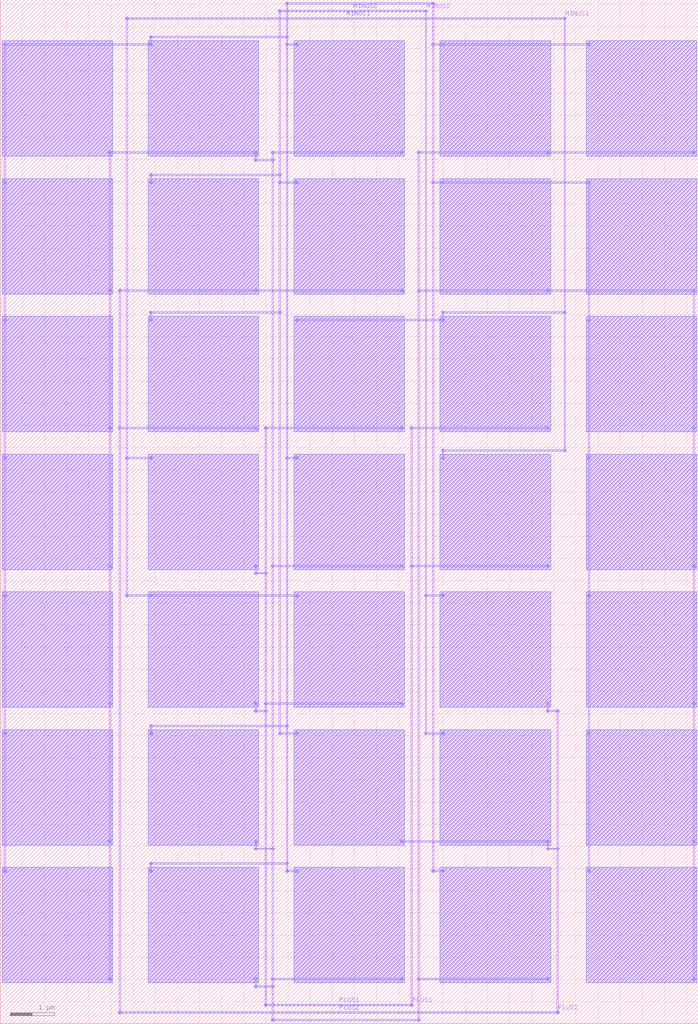
<source format=lef>
MACRO Cap_60fF_Cap_60fF
  ORIGIN 0 0 ;
  FOREIGN Cap_60fF_Cap_60fF 0 0 ;
  SIZE 15.76 BY 23.1 ;
  PIN MINUS1
    DIRECTION INOUT ;
    USE SIGNAL ;
    PORT 
      LAYER M1 ;
        RECT 2.844 22.644 2.876 22.716 ;
      LAYER M2 ;
        RECT 2.824 22.664 2.896 22.696 ;
      LAYER M1 ;
        RECT 12.732 22.644 12.764 22.716 ;
      LAYER M2 ;
        RECT 12.712 22.664 12.784 22.696 ;
      LAYER M2 ;
        RECT 2.86 22.664 12.748 22.696 ;
    END
  END MINUS1
  PIN PLUS1
    DIRECTION INOUT ;
    USE SIGNAL ;
    PORT 
      LAYER M1 ;
        RECT 5.98 0.384 6.012 0.456 ;
      LAYER M2 ;
        RECT 5.96 0.404 6.032 0.436 ;
      LAYER M1 ;
        RECT 9.276 0.384 9.308 0.456 ;
      LAYER M2 ;
        RECT 9.256 0.404 9.328 0.436 ;
      LAYER M2 ;
        RECT 5.996 0.404 9.292 0.436 ;
    END
  END PLUS1
  PIN MINUS2
    DIRECTION INOUT ;
    USE SIGNAL ;
    PORT 
      LAYER M1 ;
        RECT 6.3 22.812 6.332 22.884 ;
      LAYER M2 ;
        RECT 6.28 22.832 6.352 22.864 ;
      LAYER M1 ;
        RECT 9.596 22.812 9.628 22.884 ;
      LAYER M2 ;
        RECT 9.576 22.832 9.648 22.864 ;
      LAYER M2 ;
        RECT 6.316 22.832 9.612 22.864 ;
    END
  END MINUS2
  PIN PLUS2
    DIRECTION INOUT ;
    USE SIGNAL ;
    PORT 
      LAYER M1 ;
        RECT 2.684 0.216 2.716 0.288 ;
      LAYER M2 ;
        RECT 2.664 0.236 2.736 0.268 ;
      LAYER M1 ;
        RECT 12.572 0.216 12.604 0.288 ;
      LAYER M2 ;
        RECT 12.552 0.236 12.624 0.268 ;
      LAYER M2 ;
        RECT 2.7 0.236 12.588 0.268 ;
    END
  END PLUS2
  OBS 
  LAYER M1 ;
        RECT 9.052 7.188 9.084 7.26 ;
  LAYER M2 ;
        RECT 9.032 7.208 9.104 7.24 ;
  LAYER M2 ;
        RECT 5.996 7.208 9.068 7.24 ;
  LAYER M1 ;
        RECT 5.98 7.188 6.012 7.26 ;
  LAYER M2 ;
        RECT 5.96 7.208 6.032 7.24 ;
  LAYER M1 ;
        RECT 9.052 13.404 9.084 13.476 ;
  LAYER M2 ;
        RECT 9.032 13.424 9.104 13.456 ;
  LAYER M2 ;
        RECT 5.996 13.424 9.068 13.456 ;
  LAYER M1 ;
        RECT 5.98 13.404 6.012 13.476 ;
  LAYER M2 ;
        RECT 5.96 13.424 6.032 13.456 ;
  LAYER M1 ;
        RECT 5.756 10.296 5.788 10.368 ;
  LAYER M2 ;
        RECT 5.736 10.316 5.808 10.348 ;
  LAYER M1 ;
        RECT 5.756 10.164 5.788 10.332 ;
  LAYER M1 ;
        RECT 5.756 10.128 5.788 10.2 ;
  LAYER M2 ;
        RECT 5.736 10.148 5.808 10.18 ;
  LAYER M2 ;
        RECT 5.772 10.148 5.996 10.18 ;
  LAYER M1 ;
        RECT 5.98 10.128 6.012 10.2 ;
  LAYER M2 ;
        RECT 5.96 10.148 6.032 10.18 ;
  LAYER M1 ;
        RECT 5.756 7.188 5.788 7.26 ;
  LAYER M2 ;
        RECT 5.736 7.208 5.808 7.24 ;
  LAYER M1 ;
        RECT 5.756 7.056 5.788 7.224 ;
  LAYER M1 ;
        RECT 5.756 7.02 5.788 7.092 ;
  LAYER M2 ;
        RECT 5.736 7.04 5.808 7.072 ;
  LAYER M2 ;
        RECT 5.772 7.04 5.996 7.072 ;
  LAYER M1 ;
        RECT 5.98 7.02 6.012 7.092 ;
  LAYER M2 ;
        RECT 5.96 7.04 6.032 7.072 ;
  LAYER M1 ;
        RECT 5.98 0.384 6.012 0.456 ;
  LAYER M2 ;
        RECT 5.96 0.404 6.032 0.436 ;
  LAYER M1 ;
        RECT 5.98 0.42 6.012 0.672 ;
  LAYER M1 ;
        RECT 5.98 0.672 6.012 13.44 ;
  LAYER M1 ;
        RECT 12.348 10.296 12.38 10.368 ;
  LAYER M2 ;
        RECT 12.328 10.316 12.4 10.348 ;
  LAYER M2 ;
        RECT 9.292 10.316 12.364 10.348 ;
  LAYER M1 ;
        RECT 9.276 10.296 9.308 10.368 ;
  LAYER M2 ;
        RECT 9.256 10.316 9.328 10.348 ;
  LAYER M1 ;
        RECT 12.348 13.404 12.38 13.476 ;
  LAYER M2 ;
        RECT 12.328 13.424 12.4 13.456 ;
  LAYER M2 ;
        RECT 9.292 13.424 12.364 13.456 ;
  LAYER M1 ;
        RECT 9.276 13.404 9.308 13.476 ;
  LAYER M2 ;
        RECT 9.256 13.424 9.328 13.456 ;
  LAYER M1 ;
        RECT 9.276 0.384 9.308 0.456 ;
  LAYER M2 ;
        RECT 9.256 0.404 9.328 0.436 ;
  LAYER M1 ;
        RECT 9.276 0.42 9.308 0.672 ;
  LAYER M1 ;
        RECT 9.276 0.672 9.308 13.44 ;
  LAYER M2 ;
        RECT 5.996 0.404 9.292 0.436 ;
  LAYER M1 ;
        RECT 5.756 13.404 5.788 13.476 ;
  LAYER M2 ;
        RECT 5.736 13.424 5.808 13.456 ;
  LAYER M2 ;
        RECT 2.7 13.424 5.772 13.456 ;
  LAYER M1 ;
        RECT 2.684 13.404 2.716 13.476 ;
  LAYER M2 ;
        RECT 2.664 13.424 2.736 13.456 ;
  LAYER M1 ;
        RECT 5.756 16.512 5.788 16.584 ;
  LAYER M2 ;
        RECT 5.736 16.532 5.808 16.564 ;
  LAYER M2 ;
        RECT 2.7 16.532 5.772 16.564 ;
  LAYER M1 ;
        RECT 2.684 16.512 2.716 16.584 ;
  LAYER M2 ;
        RECT 2.664 16.532 2.736 16.564 ;
  LAYER M1 ;
        RECT 2.684 0.216 2.716 0.288 ;
  LAYER M2 ;
        RECT 2.664 0.236 2.736 0.268 ;
  LAYER M1 ;
        RECT 2.684 0.252 2.716 0.672 ;
  LAYER M1 ;
        RECT 2.684 0.672 2.716 16.548 ;
  LAYER M1 ;
        RECT 12.348 7.188 12.38 7.26 ;
  LAYER M2 ;
        RECT 12.328 7.208 12.4 7.24 ;
  LAYER M1 ;
        RECT 12.348 7.056 12.38 7.224 ;
  LAYER M1 ;
        RECT 12.348 7.02 12.38 7.092 ;
  LAYER M2 ;
        RECT 12.328 7.04 12.4 7.072 ;
  LAYER M2 ;
        RECT 12.364 7.04 12.588 7.072 ;
  LAYER M1 ;
        RECT 12.572 7.02 12.604 7.092 ;
  LAYER M2 ;
        RECT 12.552 7.04 12.624 7.072 ;
  LAYER M1 ;
        RECT 12.348 4.08 12.38 4.152 ;
  LAYER M2 ;
        RECT 12.328 4.1 12.4 4.132 ;
  LAYER M1 ;
        RECT 12.348 3.948 12.38 4.116 ;
  LAYER M1 ;
        RECT 12.348 3.912 12.38 3.984 ;
  LAYER M2 ;
        RECT 12.328 3.932 12.4 3.964 ;
  LAYER M2 ;
        RECT 12.364 3.932 12.588 3.964 ;
  LAYER M1 ;
        RECT 12.572 3.912 12.604 3.984 ;
  LAYER M2 ;
        RECT 12.552 3.932 12.624 3.964 ;
  LAYER M1 ;
        RECT 12.572 0.216 12.604 0.288 ;
  LAYER M2 ;
        RECT 12.552 0.236 12.624 0.268 ;
  LAYER M1 ;
        RECT 12.572 0.252 12.604 0.672 ;
  LAYER M1 ;
        RECT 12.572 0.672 12.604 7.056 ;
  LAYER M2 ;
        RECT 2.7 0.236 12.588 0.268 ;
  LAYER M1 ;
        RECT 9.052 16.512 9.084 16.584 ;
  LAYER M2 ;
        RECT 9.032 16.532 9.104 16.564 ;
  LAYER M2 ;
        RECT 5.772 16.532 9.068 16.564 ;
  LAYER M1 ;
        RECT 5.756 16.512 5.788 16.584 ;
  LAYER M2 ;
        RECT 5.736 16.532 5.808 16.564 ;
  LAYER M1 ;
        RECT 9.052 4.08 9.084 4.152 ;
  LAYER M2 ;
        RECT 9.032 4.1 9.104 4.132 ;
  LAYER M2 ;
        RECT 9.068 4.1 12.364 4.132 ;
  LAYER M1 ;
        RECT 12.348 4.08 12.38 4.152 ;
  LAYER M2 ;
        RECT 12.328 4.1 12.4 4.132 ;
  LAYER M1 ;
        RECT 5.756 0.972 5.788 1.044 ;
  LAYER M2 ;
        RECT 5.736 0.992 5.808 1.024 ;
  LAYER M1 ;
        RECT 5.756 0.84 5.788 1.008 ;
  LAYER M1 ;
        RECT 5.756 0.804 5.788 0.876 ;
  LAYER M2 ;
        RECT 5.736 0.824 5.808 0.856 ;
  LAYER M2 ;
        RECT 5.772 0.824 6.156 0.856 ;
  LAYER M1 ;
        RECT 6.14 0.804 6.172 0.876 ;
  LAYER M2 ;
        RECT 6.12 0.824 6.192 0.856 ;
  LAYER M1 ;
        RECT 5.756 4.08 5.788 4.152 ;
  LAYER M2 ;
        RECT 5.736 4.1 5.808 4.132 ;
  LAYER M1 ;
        RECT 5.756 3.948 5.788 4.116 ;
  LAYER M1 ;
        RECT 5.756 3.912 5.788 3.984 ;
  LAYER M2 ;
        RECT 5.736 3.932 5.808 3.964 ;
  LAYER M2 ;
        RECT 5.772 3.932 6.156 3.964 ;
  LAYER M1 ;
        RECT 6.14 3.912 6.172 3.984 ;
  LAYER M2 ;
        RECT 6.12 3.932 6.192 3.964 ;
  LAYER M1 ;
        RECT 5.756 19.62 5.788 19.692 ;
  LAYER M2 ;
        RECT 5.736 19.64 5.808 19.672 ;
  LAYER M1 ;
        RECT 5.756 19.488 5.788 19.656 ;
  LAYER M1 ;
        RECT 5.756 19.452 5.788 19.524 ;
  LAYER M2 ;
        RECT 5.736 19.472 5.808 19.504 ;
  LAYER M2 ;
        RECT 5.772 19.472 6.156 19.504 ;
  LAYER M1 ;
        RECT 6.14 19.452 6.172 19.524 ;
  LAYER M2 ;
        RECT 6.12 19.472 6.192 19.504 ;
  LAYER M1 ;
        RECT 9.052 0.972 9.084 1.044 ;
  LAYER M2 ;
        RECT 9.032 0.992 9.104 1.024 ;
  LAYER M2 ;
        RECT 6.156 0.992 9.068 1.024 ;
  LAYER M1 ;
        RECT 6.14 0.972 6.172 1.044 ;
  LAYER M2 ;
        RECT 6.12 0.992 6.192 1.024 ;
  LAYER M1 ;
        RECT 9.052 10.296 9.084 10.368 ;
  LAYER M2 ;
        RECT 9.032 10.316 9.104 10.348 ;
  LAYER M2 ;
        RECT 6.156 10.316 9.068 10.348 ;
  LAYER M1 ;
        RECT 6.14 10.296 6.172 10.368 ;
  LAYER M2 ;
        RECT 6.12 10.316 6.192 10.348 ;
  LAYER M1 ;
        RECT 9.052 19.62 9.084 19.692 ;
  LAYER M2 ;
        RECT 9.032 19.64 9.104 19.672 ;
  LAYER M2 ;
        RECT 6.156 19.64 9.068 19.672 ;
  LAYER M1 ;
        RECT 6.14 19.62 6.172 19.692 ;
  LAYER M2 ;
        RECT 6.12 19.64 6.192 19.672 ;
  LAYER M1 ;
        RECT 6.14 0.048 6.172 0.12 ;
  LAYER M2 ;
        RECT 6.12 0.068 6.192 0.1 ;
  LAYER M1 ;
        RECT 6.14 0.084 6.172 0.672 ;
  LAYER M1 ;
        RECT 6.14 0.672 6.172 19.656 ;
  LAYER M1 ;
        RECT 12.348 0.972 12.38 1.044 ;
  LAYER M2 ;
        RECT 12.328 0.992 12.4 1.024 ;
  LAYER M2 ;
        RECT 9.452 0.992 12.364 1.024 ;
  LAYER M1 ;
        RECT 9.436 0.972 9.468 1.044 ;
  LAYER M2 ;
        RECT 9.416 0.992 9.488 1.024 ;
  LAYER M1 ;
        RECT 12.348 16.512 12.38 16.584 ;
  LAYER M2 ;
        RECT 12.328 16.532 12.4 16.564 ;
  LAYER M2 ;
        RECT 9.452 16.532 12.364 16.564 ;
  LAYER M1 ;
        RECT 9.436 16.512 9.468 16.584 ;
  LAYER M2 ;
        RECT 9.416 16.532 9.488 16.564 ;
  LAYER M1 ;
        RECT 12.348 19.62 12.38 19.692 ;
  LAYER M2 ;
        RECT 12.328 19.64 12.4 19.672 ;
  LAYER M2 ;
        RECT 9.452 19.64 12.364 19.672 ;
  LAYER M1 ;
        RECT 9.436 19.62 9.468 19.692 ;
  LAYER M2 ;
        RECT 9.416 19.64 9.488 19.672 ;
  LAYER M1 ;
        RECT 9.436 0.048 9.468 0.12 ;
  LAYER M2 ;
        RECT 9.416 0.068 9.488 0.1 ;
  LAYER M1 ;
        RECT 9.436 0.084 9.468 0.672 ;
  LAYER M1 ;
        RECT 9.436 0.672 9.468 19.656 ;
  LAYER M2 ;
        RECT 6.156 0.068 9.452 0.1 ;
  LAYER M1 ;
        RECT 2.46 19.62 2.492 19.692 ;
  LAYER M2 ;
        RECT 2.44 19.64 2.512 19.672 ;
  LAYER M2 ;
        RECT 2.476 19.64 5.772 19.672 ;
  LAYER M1 ;
        RECT 5.756 19.62 5.788 19.692 ;
  LAYER M2 ;
        RECT 5.736 19.64 5.808 19.672 ;
  LAYER M1 ;
        RECT 2.46 16.512 2.492 16.584 ;
  LAYER M2 ;
        RECT 2.44 16.532 2.512 16.564 ;
  LAYER M1 ;
        RECT 2.46 16.548 2.492 19.656 ;
  LAYER M1 ;
        RECT 2.46 19.62 2.492 19.692 ;
  LAYER M2 ;
        RECT 2.44 19.64 2.512 19.672 ;
  LAYER M1 ;
        RECT 2.46 13.404 2.492 13.476 ;
  LAYER M2 ;
        RECT 2.44 13.424 2.512 13.456 ;
  LAYER M1 ;
        RECT 2.46 13.44 2.492 16.548 ;
  LAYER M1 ;
        RECT 2.46 16.512 2.492 16.584 ;
  LAYER M2 ;
        RECT 2.44 16.532 2.512 16.564 ;
  LAYER M1 ;
        RECT 2.46 10.296 2.492 10.368 ;
  LAYER M2 ;
        RECT 2.44 10.316 2.512 10.348 ;
  LAYER M1 ;
        RECT 2.46 10.332 2.492 13.44 ;
  LAYER M1 ;
        RECT 2.46 13.404 2.492 13.476 ;
  LAYER M2 ;
        RECT 2.44 13.424 2.512 13.456 ;
  LAYER M1 ;
        RECT 2.46 7.188 2.492 7.26 ;
  LAYER M2 ;
        RECT 2.44 7.208 2.512 7.24 ;
  LAYER M1 ;
        RECT 2.46 7.224 2.492 10.332 ;
  LAYER M1 ;
        RECT 2.46 10.296 2.492 10.368 ;
  LAYER M2 ;
        RECT 2.44 10.316 2.512 10.348 ;
  LAYER M1 ;
        RECT 2.46 4.08 2.492 4.152 ;
  LAYER M2 ;
        RECT 2.44 4.1 2.512 4.132 ;
  LAYER M1 ;
        RECT 2.46 4.116 2.492 7.224 ;
  LAYER M1 ;
        RECT 2.46 7.188 2.492 7.26 ;
  LAYER M2 ;
        RECT 2.44 7.208 2.512 7.24 ;
  LAYER M1 ;
        RECT 2.46 0.972 2.492 1.044 ;
  LAYER M2 ;
        RECT 2.44 0.992 2.512 1.024 ;
  LAYER M1 ;
        RECT 2.46 1.008 2.492 4.116 ;
  LAYER M1 ;
        RECT 2.46 4.08 2.492 4.152 ;
  LAYER M2 ;
        RECT 2.44 4.1 2.512 4.132 ;
  LAYER M1 ;
        RECT 15.644 19.62 15.676 19.692 ;
  LAYER M2 ;
        RECT 15.624 19.64 15.696 19.672 ;
  LAYER M2 ;
        RECT 12.364 19.64 15.66 19.672 ;
  LAYER M1 ;
        RECT 12.348 19.62 12.38 19.692 ;
  LAYER M2 ;
        RECT 12.328 19.64 12.4 19.672 ;
  LAYER M1 ;
        RECT 15.644 16.512 15.676 16.584 ;
  LAYER M2 ;
        RECT 15.624 16.532 15.696 16.564 ;
  LAYER M2 ;
        RECT 12.364 16.532 15.66 16.564 ;
  LAYER M1 ;
        RECT 12.348 16.512 12.38 16.584 ;
  LAYER M2 ;
        RECT 12.328 16.532 12.4 16.564 ;
  LAYER M1 ;
        RECT 15.644 13.404 15.676 13.476 ;
  LAYER M2 ;
        RECT 15.624 13.424 15.696 13.456 ;
  LAYER M1 ;
        RECT 15.644 13.44 15.676 16.548 ;
  LAYER M1 ;
        RECT 15.644 16.512 15.676 16.584 ;
  LAYER M2 ;
        RECT 15.624 16.532 15.696 16.564 ;
  LAYER M1 ;
        RECT 15.644 10.296 15.676 10.368 ;
  LAYER M2 ;
        RECT 15.624 10.316 15.696 10.348 ;
  LAYER M1 ;
        RECT 15.644 10.332 15.676 13.44 ;
  LAYER M1 ;
        RECT 15.644 13.404 15.676 13.476 ;
  LAYER M2 ;
        RECT 15.624 13.424 15.696 13.456 ;
  LAYER M1 ;
        RECT 15.644 7.188 15.676 7.26 ;
  LAYER M2 ;
        RECT 15.624 7.208 15.696 7.24 ;
  LAYER M1 ;
        RECT 15.644 7.224 15.676 10.332 ;
  LAYER M1 ;
        RECT 15.644 10.296 15.676 10.368 ;
  LAYER M2 ;
        RECT 15.624 10.316 15.696 10.348 ;
  LAYER M1 ;
        RECT 15.644 4.08 15.676 4.152 ;
  LAYER M2 ;
        RECT 15.624 4.1 15.696 4.132 ;
  LAYER M1 ;
        RECT 15.644 4.116 15.676 7.224 ;
  LAYER M1 ;
        RECT 15.644 7.188 15.676 7.26 ;
  LAYER M2 ;
        RECT 15.624 7.208 15.696 7.24 ;
  LAYER M1 ;
        RECT 15.644 0.972 15.676 1.044 ;
  LAYER M2 ;
        RECT 15.624 0.992 15.696 1.024 ;
  LAYER M1 ;
        RECT 15.644 1.008 15.676 4.116 ;
  LAYER M1 ;
        RECT 15.644 4.08 15.676 4.152 ;
  LAYER M2 ;
        RECT 15.624 4.1 15.696 4.132 ;
  LAYER M1 ;
        RECT 3.388 12.732 3.42 12.804 ;
  LAYER M2 ;
        RECT 3.368 12.752 3.44 12.784 ;
  LAYER M2 ;
        RECT 2.86 12.752 3.404 12.784 ;
  LAYER M1 ;
        RECT 2.844 12.732 2.876 12.804 ;
  LAYER M2 ;
        RECT 2.824 12.752 2.896 12.784 ;
  LAYER M1 ;
        RECT 3.388 9.624 3.42 9.696 ;
  LAYER M2 ;
        RECT 3.368 9.644 3.44 9.676 ;
  LAYER M2 ;
        RECT 2.86 9.644 3.404 9.676 ;
  LAYER M1 ;
        RECT 2.844 9.624 2.876 9.696 ;
  LAYER M2 ;
        RECT 2.824 9.644 2.896 9.676 ;
  LAYER M1 ;
        RECT 2.844 22.644 2.876 22.716 ;
  LAYER M2 ;
        RECT 2.824 22.664 2.896 22.696 ;
  LAYER M1 ;
        RECT 2.844 22.428 2.876 22.68 ;
  LAYER M1 ;
        RECT 2.844 9.66 2.876 22.428 ;
  LAYER M1 ;
        RECT 9.98 12.732 10.012 12.804 ;
  LAYER M2 ;
        RECT 9.96 12.752 10.032 12.784 ;
  LAYER M1 ;
        RECT 9.98 12.768 10.012 12.936 ;
  LAYER M1 ;
        RECT 9.98 12.9 10.012 12.972 ;
  LAYER M2 ;
        RECT 9.96 12.92 10.032 12.952 ;
  LAYER M2 ;
        RECT 9.996 12.92 12.748 12.952 ;
  LAYER M1 ;
        RECT 12.732 12.9 12.764 12.972 ;
  LAYER M2 ;
        RECT 12.712 12.92 12.784 12.952 ;
  LAYER M1 ;
        RECT 9.98 15.84 10.012 15.912 ;
  LAYER M2 ;
        RECT 9.96 15.86 10.032 15.892 ;
  LAYER M1 ;
        RECT 9.98 15.876 10.012 16.044 ;
  LAYER M1 ;
        RECT 9.98 16.008 10.012 16.08 ;
  LAYER M2 ;
        RECT 9.96 16.028 10.032 16.06 ;
  LAYER M2 ;
        RECT 9.996 16.028 12.748 16.06 ;
  LAYER M1 ;
        RECT 12.732 16.008 12.764 16.08 ;
  LAYER M2 ;
        RECT 12.712 16.028 12.784 16.06 ;
  LAYER M1 ;
        RECT 12.732 22.644 12.764 22.716 ;
  LAYER M2 ;
        RECT 12.712 22.664 12.784 22.696 ;
  LAYER M1 ;
        RECT 12.732 22.428 12.764 22.68 ;
  LAYER M1 ;
        RECT 12.732 12.936 12.764 22.428 ;
  LAYER M2 ;
        RECT 2.86 22.664 12.748 22.696 ;
  LAYER M1 ;
        RECT 6.684 9.624 6.716 9.696 ;
  LAYER M2 ;
        RECT 6.664 9.644 6.736 9.676 ;
  LAYER M2 ;
        RECT 3.404 9.644 6.7 9.676 ;
  LAYER M1 ;
        RECT 3.388 9.624 3.42 9.696 ;
  LAYER M2 ;
        RECT 3.368 9.644 3.44 9.676 ;
  LAYER M1 ;
        RECT 6.684 15.84 6.716 15.912 ;
  LAYER M2 ;
        RECT 6.664 15.86 6.736 15.892 ;
  LAYER M2 ;
        RECT 6.7 15.86 9.996 15.892 ;
  LAYER M1 ;
        RECT 9.98 15.84 10.012 15.912 ;
  LAYER M2 ;
        RECT 9.96 15.86 10.032 15.892 ;
  LAYER M1 ;
        RECT 3.388 15.84 3.42 15.912 ;
  LAYER M2 ;
        RECT 3.368 15.86 3.44 15.892 ;
  LAYER M1 ;
        RECT 3.388 15.876 3.42 16.044 ;
  LAYER M1 ;
        RECT 3.388 16.008 3.42 16.08 ;
  LAYER M2 ;
        RECT 3.368 16.028 3.44 16.06 ;
  LAYER M2 ;
        RECT 3.404 16.028 6.316 16.06 ;
  LAYER M1 ;
        RECT 6.3 16.008 6.332 16.08 ;
  LAYER M2 ;
        RECT 6.28 16.028 6.352 16.06 ;
  LAYER M1 ;
        RECT 6.684 6.516 6.716 6.588 ;
  LAYER M2 ;
        RECT 6.664 6.536 6.736 6.568 ;
  LAYER M2 ;
        RECT 6.316 6.536 6.7 6.568 ;
  LAYER M1 ;
        RECT 6.3 6.516 6.332 6.588 ;
  LAYER M2 ;
        RECT 6.28 6.536 6.352 6.568 ;
  LAYER M1 ;
        RECT 6.684 18.948 6.716 19.02 ;
  LAYER M2 ;
        RECT 6.664 18.968 6.736 19 ;
  LAYER M2 ;
        RECT 6.316 18.968 6.7 19 ;
  LAYER M1 ;
        RECT 6.3 18.948 6.332 19.02 ;
  LAYER M2 ;
        RECT 6.28 18.968 6.352 19 ;
  LAYER M1 ;
        RECT 3.388 18.948 3.42 19.02 ;
  LAYER M2 ;
        RECT 3.368 18.968 3.44 19 ;
  LAYER M1 ;
        RECT 3.388 18.984 3.42 19.152 ;
  LAYER M1 ;
        RECT 3.388 19.116 3.42 19.188 ;
  LAYER M2 ;
        RECT 3.368 19.136 3.44 19.168 ;
  LAYER M2 ;
        RECT 3.404 19.136 6.316 19.168 ;
  LAYER M1 ;
        RECT 6.3 19.116 6.332 19.188 ;
  LAYER M2 ;
        RECT 6.28 19.136 6.352 19.168 ;
  LAYER M1 ;
        RECT 6.3 22.812 6.332 22.884 ;
  LAYER M2 ;
        RECT 6.28 22.832 6.352 22.864 ;
  LAYER M1 ;
        RECT 6.3 22.428 6.332 22.848 ;
  LAYER M1 ;
        RECT 6.3 6.552 6.332 22.428 ;
  LAYER M1 ;
        RECT 9.98 9.624 10.012 9.696 ;
  LAYER M2 ;
        RECT 9.96 9.644 10.032 9.676 ;
  LAYER M2 ;
        RECT 9.612 9.644 9.996 9.676 ;
  LAYER M1 ;
        RECT 9.596 9.624 9.628 9.696 ;
  LAYER M2 ;
        RECT 9.576 9.644 9.648 9.676 ;
  LAYER M1 ;
        RECT 9.98 6.516 10.012 6.588 ;
  LAYER M2 ;
        RECT 9.96 6.536 10.032 6.568 ;
  LAYER M2 ;
        RECT 9.612 6.536 9.996 6.568 ;
  LAYER M1 ;
        RECT 9.596 6.516 9.628 6.588 ;
  LAYER M2 ;
        RECT 9.576 6.536 9.648 6.568 ;
  LAYER M1 ;
        RECT 9.596 22.812 9.628 22.884 ;
  LAYER M2 ;
        RECT 9.576 22.832 9.648 22.864 ;
  LAYER M1 ;
        RECT 9.596 22.428 9.628 22.848 ;
  LAYER M1 ;
        RECT 9.596 6.552 9.628 22.428 ;
  LAYER M2 ;
        RECT 6.316 22.832 9.612 22.864 ;
  LAYER M1 ;
        RECT 3.388 3.408 3.42 3.48 ;
  LAYER M2 ;
        RECT 3.368 3.428 3.44 3.46 ;
  LAYER M1 ;
        RECT 3.388 3.444 3.42 3.612 ;
  LAYER M1 ;
        RECT 3.388 3.576 3.42 3.648 ;
  LAYER M2 ;
        RECT 3.368 3.596 3.44 3.628 ;
  LAYER M2 ;
        RECT 3.404 3.596 6.476 3.628 ;
  LAYER M1 ;
        RECT 6.46 3.576 6.492 3.648 ;
  LAYER M2 ;
        RECT 6.44 3.596 6.512 3.628 ;
  LAYER M1 ;
        RECT 3.388 6.516 3.42 6.588 ;
  LAYER M2 ;
        RECT 3.368 6.536 3.44 6.568 ;
  LAYER M1 ;
        RECT 3.388 6.552 3.42 6.72 ;
  LAYER M1 ;
        RECT 3.388 6.684 3.42 6.756 ;
  LAYER M2 ;
        RECT 3.368 6.704 3.44 6.736 ;
  LAYER M2 ;
        RECT 3.404 6.704 6.476 6.736 ;
  LAYER M1 ;
        RECT 6.46 6.684 6.492 6.756 ;
  LAYER M2 ;
        RECT 6.44 6.704 6.512 6.736 ;
  LAYER M1 ;
        RECT 3.388 22.056 3.42 22.128 ;
  LAYER M2 ;
        RECT 3.368 22.076 3.44 22.108 ;
  LAYER M1 ;
        RECT 3.388 22.092 3.42 22.26 ;
  LAYER M1 ;
        RECT 3.388 22.224 3.42 22.296 ;
  LAYER M2 ;
        RECT 3.368 22.244 3.44 22.276 ;
  LAYER M2 ;
        RECT 3.404 22.244 6.476 22.276 ;
  LAYER M1 ;
        RECT 6.46 22.224 6.492 22.296 ;
  LAYER M2 ;
        RECT 6.44 22.244 6.512 22.276 ;
  LAYER M1 ;
        RECT 6.684 3.408 6.716 3.48 ;
  LAYER M2 ;
        RECT 6.664 3.428 6.736 3.46 ;
  LAYER M2 ;
        RECT 6.476 3.428 6.7 3.46 ;
  LAYER M1 ;
        RECT 6.46 3.408 6.492 3.48 ;
  LAYER M2 ;
        RECT 6.44 3.428 6.512 3.46 ;
  LAYER M1 ;
        RECT 6.684 12.732 6.716 12.804 ;
  LAYER M2 ;
        RECT 6.664 12.752 6.736 12.784 ;
  LAYER M2 ;
        RECT 6.476 12.752 6.7 12.784 ;
  LAYER M1 ;
        RECT 6.46 12.732 6.492 12.804 ;
  LAYER M2 ;
        RECT 6.44 12.752 6.512 12.784 ;
  LAYER M1 ;
        RECT 6.684 22.056 6.716 22.128 ;
  LAYER M2 ;
        RECT 6.664 22.076 6.736 22.108 ;
  LAYER M2 ;
        RECT 6.476 22.076 6.7 22.108 ;
  LAYER M1 ;
        RECT 6.46 22.056 6.492 22.128 ;
  LAYER M2 ;
        RECT 6.44 22.076 6.512 22.108 ;
  LAYER M1 ;
        RECT 6.46 22.98 6.492 23.052 ;
  LAYER M2 ;
        RECT 6.44 23 6.512 23.032 ;
  LAYER M1 ;
        RECT 6.46 22.428 6.492 23.016 ;
  LAYER M1 ;
        RECT 6.46 3.444 6.492 22.428 ;
  LAYER M1 ;
        RECT 9.98 3.408 10.012 3.48 ;
  LAYER M2 ;
        RECT 9.96 3.428 10.032 3.46 ;
  LAYER M2 ;
        RECT 9.772 3.428 9.996 3.46 ;
  LAYER M1 ;
        RECT 9.756 3.408 9.788 3.48 ;
  LAYER M2 ;
        RECT 9.736 3.428 9.808 3.46 ;
  LAYER M1 ;
        RECT 9.98 18.948 10.012 19.02 ;
  LAYER M2 ;
        RECT 9.96 18.968 10.032 19 ;
  LAYER M2 ;
        RECT 9.772 18.968 9.996 19 ;
  LAYER M1 ;
        RECT 9.756 18.948 9.788 19.02 ;
  LAYER M2 ;
        RECT 9.736 18.968 9.808 19 ;
  LAYER M1 ;
        RECT 9.98 22.056 10.012 22.128 ;
  LAYER M2 ;
        RECT 9.96 22.076 10.032 22.108 ;
  LAYER M2 ;
        RECT 9.772 22.076 9.996 22.108 ;
  LAYER M1 ;
        RECT 9.756 22.056 9.788 22.128 ;
  LAYER M2 ;
        RECT 9.736 22.076 9.808 22.108 ;
  LAYER M1 ;
        RECT 9.756 22.98 9.788 23.052 ;
  LAYER M2 ;
        RECT 9.736 23 9.808 23.032 ;
  LAYER M1 ;
        RECT 9.756 22.428 9.788 23.016 ;
  LAYER M1 ;
        RECT 9.756 3.444 9.788 22.428 ;
  LAYER M2 ;
        RECT 6.476 23 9.772 23.032 ;
  LAYER M1 ;
        RECT 0.092 22.056 0.124 22.128 ;
  LAYER M2 ;
        RECT 0.072 22.076 0.144 22.108 ;
  LAYER M2 ;
        RECT 0.108 22.076 3.404 22.108 ;
  LAYER M1 ;
        RECT 3.388 22.056 3.42 22.128 ;
  LAYER M2 ;
        RECT 3.368 22.076 3.44 22.108 ;
  LAYER M1 ;
        RECT 0.092 18.948 0.124 19.02 ;
  LAYER M2 ;
        RECT 0.072 18.968 0.144 19 ;
  LAYER M1 ;
        RECT 0.092 18.984 0.124 22.092 ;
  LAYER M1 ;
        RECT 0.092 22.056 0.124 22.128 ;
  LAYER M2 ;
        RECT 0.072 22.076 0.144 22.108 ;
  LAYER M1 ;
        RECT 0.092 15.84 0.124 15.912 ;
  LAYER M2 ;
        RECT 0.072 15.86 0.144 15.892 ;
  LAYER M1 ;
        RECT 0.092 15.876 0.124 18.984 ;
  LAYER M1 ;
        RECT 0.092 18.948 0.124 19.02 ;
  LAYER M2 ;
        RECT 0.072 18.968 0.144 19 ;
  LAYER M1 ;
        RECT 0.092 12.732 0.124 12.804 ;
  LAYER M2 ;
        RECT 0.072 12.752 0.144 12.784 ;
  LAYER M1 ;
        RECT 0.092 12.768 0.124 15.876 ;
  LAYER M1 ;
        RECT 0.092 15.84 0.124 15.912 ;
  LAYER M2 ;
        RECT 0.072 15.86 0.144 15.892 ;
  LAYER M1 ;
        RECT 0.092 9.624 0.124 9.696 ;
  LAYER M2 ;
        RECT 0.072 9.644 0.144 9.676 ;
  LAYER M1 ;
        RECT 0.092 9.66 0.124 12.768 ;
  LAYER M1 ;
        RECT 0.092 12.732 0.124 12.804 ;
  LAYER M2 ;
        RECT 0.072 12.752 0.144 12.784 ;
  LAYER M1 ;
        RECT 0.092 6.516 0.124 6.588 ;
  LAYER M2 ;
        RECT 0.072 6.536 0.144 6.568 ;
  LAYER M1 ;
        RECT 0.092 6.552 0.124 9.66 ;
  LAYER M1 ;
        RECT 0.092 9.624 0.124 9.696 ;
  LAYER M2 ;
        RECT 0.072 9.644 0.144 9.676 ;
  LAYER M1 ;
        RECT 0.092 3.408 0.124 3.48 ;
  LAYER M2 ;
        RECT 0.072 3.428 0.144 3.46 ;
  LAYER M1 ;
        RECT 0.092 3.444 0.124 6.552 ;
  LAYER M1 ;
        RECT 0.092 6.516 0.124 6.588 ;
  LAYER M2 ;
        RECT 0.072 6.536 0.144 6.568 ;
  LAYER M1 ;
        RECT 13.276 22.056 13.308 22.128 ;
  LAYER M2 ;
        RECT 13.256 22.076 13.328 22.108 ;
  LAYER M2 ;
        RECT 9.996 22.076 13.292 22.108 ;
  LAYER M1 ;
        RECT 9.98 22.056 10.012 22.128 ;
  LAYER M2 ;
        RECT 9.96 22.076 10.032 22.108 ;
  LAYER M1 ;
        RECT 13.276 18.948 13.308 19.02 ;
  LAYER M2 ;
        RECT 13.256 18.968 13.328 19 ;
  LAYER M2 ;
        RECT 9.996 18.968 13.292 19 ;
  LAYER M1 ;
        RECT 9.98 18.948 10.012 19.02 ;
  LAYER M2 ;
        RECT 9.96 18.968 10.032 19 ;
  LAYER M1 ;
        RECT 13.276 15.84 13.308 15.912 ;
  LAYER M2 ;
        RECT 13.256 15.86 13.328 15.892 ;
  LAYER M1 ;
        RECT 13.276 15.876 13.308 18.984 ;
  LAYER M1 ;
        RECT 13.276 18.948 13.308 19.02 ;
  LAYER M2 ;
        RECT 13.256 18.968 13.328 19 ;
  LAYER M1 ;
        RECT 13.276 12.732 13.308 12.804 ;
  LAYER M2 ;
        RECT 13.256 12.752 13.328 12.784 ;
  LAYER M1 ;
        RECT 13.276 12.768 13.308 15.876 ;
  LAYER M1 ;
        RECT 13.276 15.84 13.308 15.912 ;
  LAYER M2 ;
        RECT 13.256 15.86 13.328 15.892 ;
  LAYER M1 ;
        RECT 13.276 9.624 13.308 9.696 ;
  LAYER M2 ;
        RECT 13.256 9.644 13.328 9.676 ;
  LAYER M1 ;
        RECT 13.276 9.66 13.308 12.768 ;
  LAYER M1 ;
        RECT 13.276 12.732 13.308 12.804 ;
  LAYER M2 ;
        RECT 13.256 12.752 13.328 12.784 ;
  LAYER M1 ;
        RECT 13.276 6.516 13.308 6.588 ;
  LAYER M2 ;
        RECT 13.256 6.536 13.328 6.568 ;
  LAYER M1 ;
        RECT 13.276 6.552 13.308 9.66 ;
  LAYER M1 ;
        RECT 13.276 9.624 13.308 9.696 ;
  LAYER M2 ;
        RECT 13.256 9.644 13.328 9.676 ;
  LAYER M1 ;
        RECT 13.276 3.408 13.308 3.48 ;
  LAYER M2 ;
        RECT 13.256 3.428 13.328 3.46 ;
  LAYER M1 ;
        RECT 13.276 3.444 13.308 6.552 ;
  LAYER M1 ;
        RECT 13.276 6.516 13.308 6.588 ;
  LAYER M2 ;
        RECT 13.256 6.536 13.328 6.568 ;
  LAYER M1 ;
        RECT 0.044 0.924 2.54 3.528 ;
  LAYER M3 ;
        RECT 0.044 0.924 2.54 3.528 ;
  LAYER M2 ;
        RECT 0.044 0.924 2.54 3.528 ;
  LAYER M1 ;
        RECT 0.044 4.032 2.54 6.636 ;
  LAYER M3 ;
        RECT 0.044 4.032 2.54 6.636 ;
  LAYER M2 ;
        RECT 0.044 4.032 2.54 6.636 ;
  LAYER M1 ;
        RECT 0.044 7.14 2.54 9.744 ;
  LAYER M3 ;
        RECT 0.044 7.14 2.54 9.744 ;
  LAYER M2 ;
        RECT 0.044 7.14 2.54 9.744 ;
  LAYER M1 ;
        RECT 0.044 10.248 2.54 12.852 ;
  LAYER M3 ;
        RECT 0.044 10.248 2.54 12.852 ;
  LAYER M2 ;
        RECT 0.044 10.248 2.54 12.852 ;
  LAYER M1 ;
        RECT 0.044 13.356 2.54 15.96 ;
  LAYER M3 ;
        RECT 0.044 13.356 2.54 15.96 ;
  LAYER M2 ;
        RECT 0.044 13.356 2.54 15.96 ;
  LAYER M1 ;
        RECT 0.044 16.464 2.54 19.068 ;
  LAYER M3 ;
        RECT 0.044 16.464 2.54 19.068 ;
  LAYER M2 ;
        RECT 0.044 16.464 2.54 19.068 ;
  LAYER M1 ;
        RECT 0.044 19.572 2.54 22.176 ;
  LAYER M3 ;
        RECT 0.044 19.572 2.54 22.176 ;
  LAYER M2 ;
        RECT 0.044 19.572 2.54 22.176 ;
  LAYER M1 ;
        RECT 3.34 0.924 5.836 3.528 ;
  LAYER M3 ;
        RECT 3.34 0.924 5.836 3.528 ;
  LAYER M2 ;
        RECT 3.34 0.924 5.836 3.528 ;
  LAYER M1 ;
        RECT 3.34 4.032 5.836 6.636 ;
  LAYER M3 ;
        RECT 3.34 4.032 5.836 6.636 ;
  LAYER M2 ;
        RECT 3.34 4.032 5.836 6.636 ;
  LAYER M1 ;
        RECT 3.34 7.14 5.836 9.744 ;
  LAYER M3 ;
        RECT 3.34 7.14 5.836 9.744 ;
  LAYER M2 ;
        RECT 3.34 7.14 5.836 9.744 ;
  LAYER M1 ;
        RECT 3.34 10.248 5.836 12.852 ;
  LAYER M3 ;
        RECT 3.34 10.248 5.836 12.852 ;
  LAYER M2 ;
        RECT 3.34 10.248 5.836 12.852 ;
  LAYER M1 ;
        RECT 3.34 13.356 5.836 15.96 ;
  LAYER M3 ;
        RECT 3.34 13.356 5.836 15.96 ;
  LAYER M2 ;
        RECT 3.34 13.356 5.836 15.96 ;
  LAYER M1 ;
        RECT 3.34 16.464 5.836 19.068 ;
  LAYER M3 ;
        RECT 3.34 16.464 5.836 19.068 ;
  LAYER M2 ;
        RECT 3.34 16.464 5.836 19.068 ;
  LAYER M1 ;
        RECT 3.34 19.572 5.836 22.176 ;
  LAYER M3 ;
        RECT 3.34 19.572 5.836 22.176 ;
  LAYER M2 ;
        RECT 3.34 19.572 5.836 22.176 ;
  LAYER M1 ;
        RECT 6.636 0.924 9.132 3.528 ;
  LAYER M3 ;
        RECT 6.636 0.924 9.132 3.528 ;
  LAYER M2 ;
        RECT 6.636 0.924 9.132 3.528 ;
  LAYER M1 ;
        RECT 6.636 4.032 9.132 6.636 ;
  LAYER M3 ;
        RECT 6.636 4.032 9.132 6.636 ;
  LAYER M2 ;
        RECT 6.636 4.032 9.132 6.636 ;
  LAYER M1 ;
        RECT 6.636 7.14 9.132 9.744 ;
  LAYER M3 ;
        RECT 6.636 7.14 9.132 9.744 ;
  LAYER M2 ;
        RECT 6.636 7.14 9.132 9.744 ;
  LAYER M1 ;
        RECT 6.636 10.248 9.132 12.852 ;
  LAYER M3 ;
        RECT 6.636 10.248 9.132 12.852 ;
  LAYER M2 ;
        RECT 6.636 10.248 9.132 12.852 ;
  LAYER M1 ;
        RECT 6.636 13.356 9.132 15.96 ;
  LAYER M3 ;
        RECT 6.636 13.356 9.132 15.96 ;
  LAYER M2 ;
        RECT 6.636 13.356 9.132 15.96 ;
  LAYER M1 ;
        RECT 6.636 16.464 9.132 19.068 ;
  LAYER M3 ;
        RECT 6.636 16.464 9.132 19.068 ;
  LAYER M2 ;
        RECT 6.636 16.464 9.132 19.068 ;
  LAYER M1 ;
        RECT 6.636 19.572 9.132 22.176 ;
  LAYER M3 ;
        RECT 6.636 19.572 9.132 22.176 ;
  LAYER M2 ;
        RECT 6.636 19.572 9.132 22.176 ;
  LAYER M1 ;
        RECT 9.932 0.924 12.428 3.528 ;
  LAYER M3 ;
        RECT 9.932 0.924 12.428 3.528 ;
  LAYER M2 ;
        RECT 9.932 0.924 12.428 3.528 ;
  LAYER M1 ;
        RECT 9.932 4.032 12.428 6.636 ;
  LAYER M3 ;
        RECT 9.932 4.032 12.428 6.636 ;
  LAYER M2 ;
        RECT 9.932 4.032 12.428 6.636 ;
  LAYER M1 ;
        RECT 9.932 7.14 12.428 9.744 ;
  LAYER M3 ;
        RECT 9.932 7.14 12.428 9.744 ;
  LAYER M2 ;
        RECT 9.932 7.14 12.428 9.744 ;
  LAYER M1 ;
        RECT 9.932 10.248 12.428 12.852 ;
  LAYER M3 ;
        RECT 9.932 10.248 12.428 12.852 ;
  LAYER M2 ;
        RECT 9.932 10.248 12.428 12.852 ;
  LAYER M1 ;
        RECT 9.932 13.356 12.428 15.96 ;
  LAYER M3 ;
        RECT 9.932 13.356 12.428 15.96 ;
  LAYER M2 ;
        RECT 9.932 13.356 12.428 15.96 ;
  LAYER M1 ;
        RECT 9.932 16.464 12.428 19.068 ;
  LAYER M3 ;
        RECT 9.932 16.464 12.428 19.068 ;
  LAYER M2 ;
        RECT 9.932 16.464 12.428 19.068 ;
  LAYER M1 ;
        RECT 9.932 19.572 12.428 22.176 ;
  LAYER M3 ;
        RECT 9.932 19.572 12.428 22.176 ;
  LAYER M2 ;
        RECT 9.932 19.572 12.428 22.176 ;
  LAYER M1 ;
        RECT 13.228 0.924 15.724 3.528 ;
  LAYER M3 ;
        RECT 13.228 0.924 15.724 3.528 ;
  LAYER M2 ;
        RECT 13.228 0.924 15.724 3.528 ;
  LAYER M1 ;
        RECT 13.228 4.032 15.724 6.636 ;
  LAYER M3 ;
        RECT 13.228 4.032 15.724 6.636 ;
  LAYER M2 ;
        RECT 13.228 4.032 15.724 6.636 ;
  LAYER M1 ;
        RECT 13.228 7.14 15.724 9.744 ;
  LAYER M3 ;
        RECT 13.228 7.14 15.724 9.744 ;
  LAYER M2 ;
        RECT 13.228 7.14 15.724 9.744 ;
  LAYER M1 ;
        RECT 13.228 10.248 15.724 12.852 ;
  LAYER M3 ;
        RECT 13.228 10.248 15.724 12.852 ;
  LAYER M2 ;
        RECT 13.228 10.248 15.724 12.852 ;
  LAYER M1 ;
        RECT 13.228 13.356 15.724 15.96 ;
  LAYER M3 ;
        RECT 13.228 13.356 15.724 15.96 ;
  LAYER M2 ;
        RECT 13.228 13.356 15.724 15.96 ;
  LAYER M1 ;
        RECT 13.228 16.464 15.724 19.068 ;
  LAYER M3 ;
        RECT 13.228 16.464 15.724 19.068 ;
  LAYER M2 ;
        RECT 13.228 16.464 15.724 19.068 ;
  LAYER M1 ;
        RECT 13.228 19.572 15.724 22.176 ;
  LAYER M3 ;
        RECT 13.228 19.572 15.724 22.176 ;
  LAYER M2 ;
        RECT 13.228 19.572 15.724 22.176 ;
  END 
END Cap_60fF_Cap_60fF

</source>
